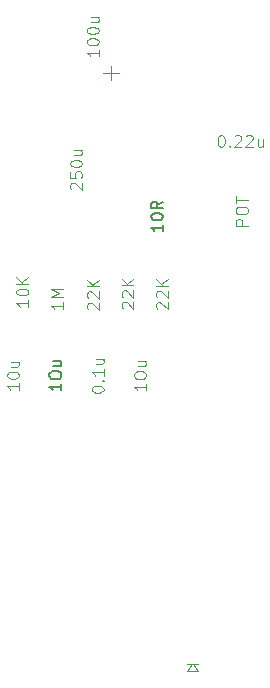
<source format=gto>
G04 #@! TF.FileFunction,Legend,Top*
%FSLAX45Y45*%
G04 Gerber Fmt 4.5, Leading zero omitted, Abs format (unit mm)*
G04 Created by KiCad (PCBNEW 4.0.7-e2-6376~58~ubuntu16.04.1) date Wed Oct 11 14:35:36 2017*
%MOMM*%
%LPD*%
G01*
G04 APERTURE LIST*
%ADD10C,0.020000*%
%ADD11C,0.120000*%
%ADD12C,0.100000*%
%ADD13C,0.150000*%
G04 APERTURE END LIST*
D10*
D11*
X18975308Y-11721592D02*
X19064208Y-11721592D01*
X19065478Y-11721592D02*
X19021028Y-11662325D01*
X18975308Y-11662325D02*
X19064208Y-11662325D01*
X19018488Y-11662325D02*
X18974038Y-11721592D01*
X18329224Y-6719860D02*
X18329224Y-6599860D01*
X18264224Y-6659860D02*
X18394224Y-6659860D01*
D12*
X19486398Y-7952567D02*
X19386398Y-7952567D01*
X19386398Y-7914471D01*
X19391160Y-7904948D01*
X19395922Y-7900186D01*
X19405446Y-7895424D01*
X19419731Y-7895424D01*
X19429255Y-7900186D01*
X19434017Y-7904948D01*
X19438779Y-7914471D01*
X19438779Y-7952567D01*
X19386398Y-7833519D02*
X19386398Y-7814471D01*
X19391160Y-7804948D01*
X19400684Y-7795424D01*
X19419731Y-7790662D01*
X19453065Y-7790662D01*
X19472112Y-7795424D01*
X19481636Y-7804948D01*
X19486398Y-7814471D01*
X19486398Y-7833519D01*
X19481636Y-7843043D01*
X19472112Y-7852567D01*
X19453065Y-7857329D01*
X19419731Y-7857329D01*
X19400684Y-7852567D01*
X19391160Y-7843043D01*
X19386398Y-7833519D01*
X19386398Y-7762090D02*
X19386398Y-7704948D01*
X19486398Y-7733519D02*
X19386398Y-7733519D01*
D13*
X18767578Y-7943048D02*
X18767578Y-8000190D01*
X18767578Y-7971619D02*
X18667578Y-7971619D01*
X18681864Y-7981143D01*
X18691388Y-7990667D01*
X18696150Y-8000190D01*
X18667578Y-7881143D02*
X18667578Y-7871619D01*
X18672340Y-7862095D01*
X18677102Y-7857333D01*
X18686626Y-7852571D01*
X18705673Y-7847809D01*
X18729483Y-7847809D01*
X18748531Y-7852571D01*
X18758054Y-7857333D01*
X18762816Y-7862095D01*
X18767578Y-7871619D01*
X18767578Y-7881143D01*
X18762816Y-7890667D01*
X18758054Y-7895429D01*
X18748531Y-7900190D01*
X18729483Y-7904952D01*
X18705673Y-7904952D01*
X18686626Y-7900190D01*
X18677102Y-7895429D01*
X18672340Y-7890667D01*
X18667578Y-7881143D01*
X18767578Y-7747809D02*
X18719959Y-7781143D01*
X18767578Y-7804952D02*
X18667578Y-7804952D01*
X18667578Y-7766857D01*
X18672340Y-7757333D01*
X18677102Y-7752571D01*
X18686626Y-7747809D01*
X18700911Y-7747809D01*
X18710435Y-7752571D01*
X18715197Y-7757333D01*
X18719959Y-7766857D01*
X18719959Y-7804952D01*
D12*
X18719520Y-8655257D02*
X18714758Y-8650495D01*
X18709996Y-8640971D01*
X18709996Y-8617161D01*
X18714758Y-8607637D01*
X18719520Y-8602876D01*
X18729044Y-8598114D01*
X18738568Y-8598114D01*
X18752853Y-8602876D01*
X18809996Y-8660018D01*
X18809996Y-8598114D01*
X18719520Y-8560018D02*
X18714758Y-8555257D01*
X18709996Y-8545733D01*
X18709996Y-8521923D01*
X18714758Y-8512399D01*
X18719520Y-8507637D01*
X18729044Y-8502876D01*
X18738568Y-8502876D01*
X18752853Y-8507637D01*
X18809996Y-8564780D01*
X18809996Y-8502876D01*
X18809996Y-8460018D02*
X18709996Y-8460018D01*
X18809996Y-8402876D02*
X18752853Y-8445733D01*
X18709996Y-8402876D02*
X18767139Y-8460018D01*
X18427928Y-8652971D02*
X18423166Y-8648209D01*
X18418404Y-8638685D01*
X18418404Y-8614875D01*
X18423166Y-8605351D01*
X18427928Y-8600590D01*
X18437452Y-8595828D01*
X18446976Y-8595828D01*
X18461261Y-8600590D01*
X18518404Y-8657732D01*
X18518404Y-8595828D01*
X18427928Y-8557732D02*
X18423166Y-8552971D01*
X18418404Y-8543447D01*
X18418404Y-8519637D01*
X18423166Y-8510113D01*
X18427928Y-8505351D01*
X18437452Y-8500590D01*
X18446976Y-8500590D01*
X18461261Y-8505351D01*
X18518404Y-8562494D01*
X18518404Y-8500590D01*
X18518404Y-8457732D02*
X18418404Y-8457732D01*
X18518404Y-8400590D02*
X18461261Y-8443447D01*
X18418404Y-8400590D02*
X18475547Y-8457732D01*
X18135320Y-8660591D02*
X18130558Y-8655829D01*
X18125796Y-8646305D01*
X18125796Y-8622495D01*
X18130558Y-8612971D01*
X18135320Y-8608210D01*
X18144844Y-8603448D01*
X18154368Y-8603448D01*
X18168653Y-8608210D01*
X18225796Y-8665352D01*
X18225796Y-8603448D01*
X18135320Y-8565352D02*
X18130558Y-8560591D01*
X18125796Y-8551067D01*
X18125796Y-8527257D01*
X18130558Y-8517733D01*
X18135320Y-8512971D01*
X18144844Y-8508210D01*
X18154368Y-8508210D01*
X18168653Y-8512971D01*
X18225796Y-8570114D01*
X18225796Y-8508210D01*
X18225796Y-8465352D02*
X18125796Y-8465352D01*
X18225796Y-8408210D02*
X18168653Y-8451067D01*
X18125796Y-8408210D02*
X18182939Y-8465352D01*
X17920742Y-8601203D02*
X17920742Y-8658346D01*
X17920742Y-8629775D02*
X17820742Y-8629775D01*
X17835028Y-8639299D01*
X17844552Y-8648823D01*
X17849314Y-8658346D01*
X17920742Y-8558346D02*
X17820742Y-8558346D01*
X17892171Y-8525013D01*
X17820742Y-8491680D01*
X17920742Y-8491680D01*
X17992826Y-7644776D02*
X17988064Y-7640014D01*
X17983302Y-7630490D01*
X17983302Y-7606680D01*
X17988064Y-7597156D01*
X17992826Y-7592395D01*
X18002350Y-7587633D01*
X18011874Y-7587633D01*
X18026159Y-7592395D01*
X18083302Y-7649537D01*
X18083302Y-7587633D01*
X17983302Y-7497156D02*
X17983302Y-7544776D01*
X18030921Y-7549537D01*
X18026159Y-7544776D01*
X18021397Y-7535252D01*
X18021397Y-7511442D01*
X18026159Y-7501918D01*
X18030921Y-7497156D01*
X18040445Y-7492395D01*
X18064255Y-7492395D01*
X18073778Y-7497156D01*
X18078540Y-7501918D01*
X18083302Y-7511442D01*
X18083302Y-7535252D01*
X18078540Y-7544776D01*
X18073778Y-7549537D01*
X17983302Y-7430490D02*
X17983302Y-7420966D01*
X17988064Y-7411442D01*
X17992826Y-7406680D01*
X18002350Y-7401918D01*
X18021397Y-7397156D01*
X18045207Y-7397156D01*
X18064255Y-7401918D01*
X18073778Y-7406680D01*
X18078540Y-7411442D01*
X18083302Y-7420966D01*
X18083302Y-7430490D01*
X18078540Y-7440014D01*
X18073778Y-7444776D01*
X18064255Y-7449537D01*
X18045207Y-7454299D01*
X18021397Y-7454299D01*
X18002350Y-7449537D01*
X17992826Y-7444776D01*
X17988064Y-7440014D01*
X17983302Y-7430490D01*
X18016635Y-7311442D02*
X18083302Y-7311442D01*
X18016635Y-7354299D02*
X18069016Y-7354299D01*
X18078540Y-7349537D01*
X18083302Y-7340014D01*
X18083302Y-7325728D01*
X18078540Y-7316204D01*
X18073778Y-7311442D01*
X17628166Y-8580288D02*
X17628166Y-8637431D01*
X17628166Y-8608859D02*
X17528166Y-8608859D01*
X17542452Y-8618383D01*
X17551976Y-8627907D01*
X17556738Y-8637431D01*
X17528166Y-8518383D02*
X17528166Y-8508859D01*
X17532928Y-8499335D01*
X17537690Y-8494573D01*
X17547214Y-8489811D01*
X17566261Y-8485050D01*
X17590071Y-8485050D01*
X17609119Y-8489811D01*
X17618642Y-8494573D01*
X17623404Y-8499335D01*
X17628166Y-8508859D01*
X17628166Y-8518383D01*
X17623404Y-8527907D01*
X17618642Y-8532669D01*
X17609119Y-8537431D01*
X17590071Y-8542192D01*
X17566261Y-8542192D01*
X17547214Y-8537431D01*
X17537690Y-8532669D01*
X17532928Y-8527907D01*
X17528166Y-8518383D01*
X17628166Y-8442192D02*
X17528166Y-8442192D01*
X17628166Y-8385049D02*
X17571023Y-8427907D01*
X17528166Y-8385049D02*
X17585309Y-8442192D01*
D13*
X17907026Y-9289048D02*
X17907026Y-9346191D01*
X17907026Y-9317619D02*
X17807026Y-9317619D01*
X17821312Y-9327143D01*
X17830836Y-9336667D01*
X17835598Y-9346191D01*
X17807026Y-9227143D02*
X17807026Y-9208095D01*
X17811788Y-9198571D01*
X17821312Y-9189048D01*
X17840359Y-9184286D01*
X17873693Y-9184286D01*
X17892740Y-9189048D01*
X17902264Y-9198571D01*
X17907026Y-9208095D01*
X17907026Y-9227143D01*
X17902264Y-9236667D01*
X17892740Y-9246191D01*
X17873693Y-9250952D01*
X17840359Y-9250952D01*
X17821312Y-9246191D01*
X17811788Y-9236667D01*
X17807026Y-9227143D01*
X17840359Y-9098571D02*
X17907026Y-9098571D01*
X17840359Y-9141429D02*
X17892740Y-9141429D01*
X17902264Y-9136667D01*
X17907026Y-9127143D01*
X17907026Y-9112857D01*
X17902264Y-9103333D01*
X17897502Y-9098571D01*
D12*
X17548378Y-9284286D02*
X17548378Y-9341429D01*
X17548378Y-9312857D02*
X17448378Y-9312857D01*
X17462664Y-9322381D01*
X17472188Y-9331905D01*
X17476950Y-9341429D01*
X17448378Y-9222381D02*
X17448378Y-9212857D01*
X17453140Y-9203333D01*
X17457902Y-9198571D01*
X17467426Y-9193810D01*
X17486473Y-9189048D01*
X17510283Y-9189048D01*
X17529331Y-9193810D01*
X17538854Y-9198571D01*
X17543616Y-9203333D01*
X17548378Y-9212857D01*
X17548378Y-9222381D01*
X17543616Y-9231905D01*
X17538854Y-9236667D01*
X17529331Y-9241429D01*
X17510283Y-9246191D01*
X17486473Y-9246191D01*
X17467426Y-9241429D01*
X17457902Y-9236667D01*
X17453140Y-9231905D01*
X17448378Y-9222381D01*
X17481711Y-9103333D02*
X17548378Y-9103333D01*
X17481711Y-9146191D02*
X17534092Y-9146191D01*
X17543616Y-9141429D01*
X17548378Y-9131905D01*
X17548378Y-9117619D01*
X17543616Y-9108095D01*
X17538854Y-9103333D01*
X18224462Y-6461765D02*
X18224462Y-6518908D01*
X18224462Y-6490336D02*
X18124462Y-6490336D01*
X18138748Y-6499860D01*
X18148272Y-6509384D01*
X18153034Y-6518908D01*
X18124462Y-6399860D02*
X18124462Y-6390336D01*
X18129224Y-6380812D01*
X18133986Y-6376050D01*
X18143510Y-6371288D01*
X18162557Y-6366527D01*
X18186367Y-6366527D01*
X18205415Y-6371288D01*
X18214938Y-6376050D01*
X18219700Y-6380812D01*
X18224462Y-6390336D01*
X18224462Y-6399860D01*
X18219700Y-6409384D01*
X18214938Y-6414146D01*
X18205415Y-6418908D01*
X18186367Y-6423669D01*
X18162557Y-6423669D01*
X18143510Y-6418908D01*
X18133986Y-6414146D01*
X18129224Y-6409384D01*
X18124462Y-6399860D01*
X18124462Y-6304622D02*
X18124462Y-6295098D01*
X18129224Y-6285574D01*
X18133986Y-6280812D01*
X18143510Y-6276050D01*
X18162557Y-6271288D01*
X18186367Y-6271288D01*
X18205415Y-6276050D01*
X18214938Y-6280812D01*
X18219700Y-6285574D01*
X18224462Y-6295098D01*
X18224462Y-6304622D01*
X18219700Y-6314146D01*
X18214938Y-6318908D01*
X18205415Y-6323669D01*
X18186367Y-6328431D01*
X18162557Y-6328431D01*
X18143510Y-6323669D01*
X18133986Y-6318908D01*
X18129224Y-6314146D01*
X18124462Y-6304622D01*
X18157795Y-6185574D02*
X18224462Y-6185574D01*
X18157795Y-6228431D02*
X18210176Y-6228431D01*
X18219700Y-6223669D01*
X18224462Y-6214146D01*
X18224462Y-6199860D01*
X18219700Y-6190336D01*
X18214938Y-6185574D01*
X18165674Y-9341429D02*
X18165674Y-9331905D01*
X18170436Y-9322381D01*
X18175198Y-9317619D01*
X18184722Y-9312857D01*
X18203769Y-9308095D01*
X18227579Y-9308095D01*
X18246627Y-9312857D01*
X18256150Y-9317619D01*
X18260912Y-9322381D01*
X18265674Y-9331905D01*
X18265674Y-9341429D01*
X18260912Y-9350952D01*
X18256150Y-9355714D01*
X18246627Y-9360476D01*
X18227579Y-9365238D01*
X18203769Y-9365238D01*
X18184722Y-9360476D01*
X18175198Y-9355714D01*
X18170436Y-9350952D01*
X18165674Y-9341429D01*
X18256150Y-9265238D02*
X18260912Y-9260476D01*
X18265674Y-9265238D01*
X18260912Y-9270000D01*
X18256150Y-9265238D01*
X18265674Y-9265238D01*
X18265674Y-9165238D02*
X18265674Y-9222381D01*
X18265674Y-9193810D02*
X18165674Y-9193810D01*
X18179960Y-9203333D01*
X18189484Y-9212857D01*
X18194246Y-9222381D01*
X18199007Y-9079524D02*
X18265674Y-9079524D01*
X18199007Y-9122381D02*
X18251388Y-9122381D01*
X18260912Y-9117619D01*
X18265674Y-9108095D01*
X18265674Y-9093810D01*
X18260912Y-9084286D01*
X18256150Y-9079524D01*
X18624322Y-9289048D02*
X18624322Y-9346191D01*
X18624322Y-9317619D02*
X18524322Y-9317619D01*
X18538608Y-9327143D01*
X18548132Y-9336667D01*
X18552894Y-9346191D01*
X18524322Y-9227143D02*
X18524322Y-9208095D01*
X18529084Y-9198571D01*
X18538608Y-9189048D01*
X18557655Y-9184286D01*
X18590989Y-9184286D01*
X18610036Y-9189048D01*
X18619560Y-9198571D01*
X18624322Y-9208095D01*
X18624322Y-9227143D01*
X18619560Y-9236667D01*
X18610036Y-9246191D01*
X18590989Y-9250952D01*
X18557655Y-9250952D01*
X18538608Y-9246191D01*
X18529084Y-9236667D01*
X18524322Y-9227143D01*
X18557655Y-9098571D02*
X18624322Y-9098571D01*
X18557655Y-9141429D02*
X18610036Y-9141429D01*
X18619560Y-9136667D01*
X18624322Y-9127143D01*
X18624322Y-9112857D01*
X18619560Y-9103333D01*
X18614798Y-9098571D01*
X19256872Y-7185254D02*
X19266396Y-7185254D01*
X19275920Y-7190016D01*
X19280682Y-7194778D01*
X19285444Y-7204302D01*
X19290206Y-7223349D01*
X19290206Y-7247159D01*
X19285444Y-7266206D01*
X19280682Y-7275730D01*
X19275920Y-7280492D01*
X19266396Y-7285254D01*
X19256872Y-7285254D01*
X19247349Y-7280492D01*
X19242587Y-7275730D01*
X19237825Y-7266206D01*
X19233063Y-7247159D01*
X19233063Y-7223349D01*
X19237825Y-7204302D01*
X19242587Y-7194778D01*
X19247349Y-7190016D01*
X19256872Y-7185254D01*
X19333063Y-7275730D02*
X19337825Y-7280492D01*
X19333063Y-7285254D01*
X19328301Y-7280492D01*
X19333063Y-7275730D01*
X19333063Y-7285254D01*
X19375920Y-7194778D02*
X19380682Y-7190016D01*
X19390206Y-7185254D01*
X19414015Y-7185254D01*
X19423539Y-7190016D01*
X19428301Y-7194778D01*
X19433063Y-7204302D01*
X19433063Y-7213825D01*
X19428301Y-7228111D01*
X19371158Y-7285254D01*
X19433063Y-7285254D01*
X19471158Y-7194778D02*
X19475920Y-7190016D01*
X19485444Y-7185254D01*
X19509253Y-7185254D01*
X19518777Y-7190016D01*
X19523539Y-7194778D01*
X19528301Y-7204302D01*
X19528301Y-7213825D01*
X19523539Y-7228111D01*
X19466396Y-7285254D01*
X19528301Y-7285254D01*
X19614015Y-7218587D02*
X19614015Y-7285254D01*
X19571158Y-7218587D02*
X19571158Y-7270968D01*
X19575920Y-7280492D01*
X19585444Y-7285254D01*
X19599730Y-7285254D01*
X19609253Y-7280492D01*
X19614015Y-7275730D01*
M02*

</source>
